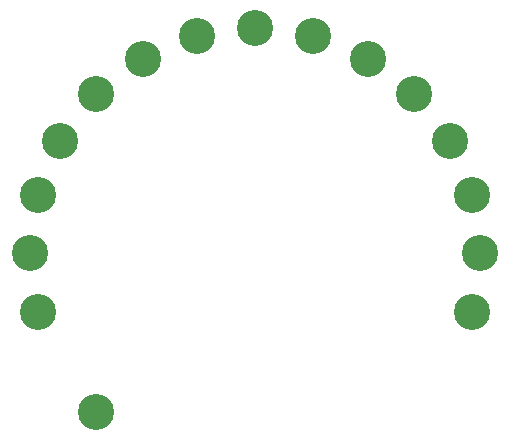
<source format=gbr>
%TF.GenerationSoftware,Altium Limited,Altium Designer,18.1.9 (240)*%
G04 Layer_Color=255*
%FSLAX26Y26*%
%MOIN*%
%TF.FileFunction,Pads,Top*%
%TF.Part,Single*%
G01*
G75*
%TA.AperFunction,SMDPad,CuDef*%
%ADD10C,0.120000*%
%TA.AperFunction,ComponentPad*%
%ADD14C,0.120000*%
D10*
X-530000Y-530000D02*
D03*
D14*
X724000Y194000D02*
D03*
X-724000Y-194000D02*
D03*
X750000Y0D02*
D03*
X-750000D02*
D03*
X724000Y-194000D02*
D03*
X375000Y649500D02*
D03*
X194000Y724000D02*
D03*
X0Y750000D02*
D03*
X-194000Y724000D02*
D03*
X-375000Y649500D02*
D03*
X-530000Y530000D02*
D03*
X-649500Y375000D02*
D03*
X-724000Y194000D02*
D03*
X530000Y530000D02*
D03*
X650000Y375000D02*
D03*
%TF.MD5,c35c735f5e415be60df9cef8cf3621b9*%
M02*

</source>
